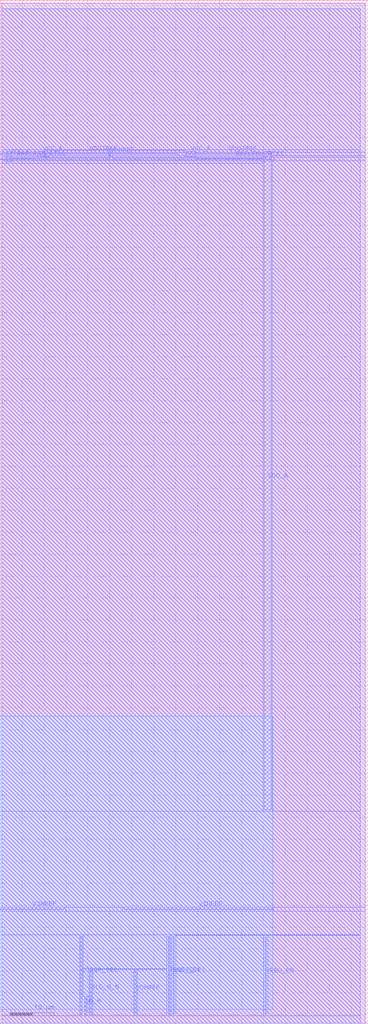
<source format=lef>
# Copyright 2020 The SkyWater PDK Authors
#
# Licensed under the Apache License, Version 2.0 (the "License");
# you may not use this file except in compliance with the License.
# You may obtain a copy of the License at
#
#     https://www.apache.org/licenses/LICENSE-2.0
#
# Unless required by applicable law or agreed to in writing, software
# distributed under the License is distributed on an "AS IS" BASIS,
# WITHOUT WARRANTIES OR CONDITIONS OF ANY KIND, either express or implied.
# See the License for the specific language governing permissions and
# limitations under the License.
#
# SPDX-License-Identifier: Apache-2.0

VERSION 5.7 ;
  NOWIREEXTENSIONATPIN ON ;
  DIVIDERCHAR "/" ;
  BUSBITCHARS "[]" ;
MACRO sky130_fd_io__top_refgen
  CLASS BLOCK ;
  FOREIGN sky130_fd_io__top_refgen ;
  ORIGIN  0.045000  1.965000 ;
  SIZE  83.88500 BY  233.1650 ;
  PIN HLD_H_N
    PORT
      LAYER met2 ;
        RECT 20.555000 0.000000 20.815000 10.230000 ;
    END
  END HLD_H_N
  PIN IBUF_SEL
    PORT
      LAYER met2 ;
        RECT 38.250000 0.000000 38.510000 17.950000 ;
    END
  END IBUF_SEL
  PIN OD_H
    PORT
      LAYER met2 ;
        RECT 19.180000 0.000000 19.440000 3.790000 ;
    END
  END OD_H
  PIN REFLEAK_BIAS
    PORT
      LAYER met1 ;
        RECT 0.000000 194.905000 7.485000 195.135000 ;
    END
    PORT
      LAYER met1 ;
        RECT 45.105000 194.905000 62.050000 195.135000 ;
    END
  END REFLEAK_BIAS
  PIN VCC_A
    PORT
      LAYER met2 ;
        RECT 1.725000 194.400000 2.390000 196.860000 ;
    END
    PORT
      LAYER met2 ;
        RECT 42.385000 195.555000 44.335000 196.860000 ;
    END
    PORT
      LAYER met2 ;
        RECT 60.190000 46.675000 61.745000 196.860000 ;
    END
    PORT
      LAYER met2 ;
        RECT 8.965000 195.555000 10.110000 196.860000 ;
    END
  END VCC_A
  PIN VINREF
    PORT
      LAYER met1 ;
        RECT 0.080000 23.915000 14.480000 24.175000 ;
    END
    PORT
      LAYER met1 ;
        RECT 28.250000 23.915000 61.970000 24.175000 ;
    END
  END VINREF
  PIN VOHREF
    PORT
      LAYER met2 ;
        RECT 24.980000 195.190000 25.240000 196.760000 ;
    END
    PORT
      LAYER met2 ;
        RECT 30.705000 0.000000 30.965000 10.100000 ;
    END
  END VOHREF
  PIN VOUTREF
    PORT
      LAYER met1 ;
        RECT 0.000000 196.100000 40.510000 196.360000 ;
    END
    PORT
      LAYER met1 ;
        RECT 42.050000 196.100000 62.050000 196.360000 ;
    END
  END VOUTREF
  PIN VREF_SEL
    PORT
      LAYER met2 ;
        RECT 39.415000 0.000000 39.675000 17.950000 ;
    END
  END VREF_SEL
  PIN VREG_EN
    PORT
      LAYER met2 ;
        RECT 60.400000 0.000000 60.660000 17.825000 ;
    END
  END VREG_EN
  PIN VTRIP_SEL
    PORT
      LAYER met2 ;
        RECT 18.400000 0.000000 18.660000 17.950000 ;
    END
  END VTRIP_SEL
  OBS
    LAYER li1 ;
      RECT 0.335000 -1.940000 83.240000 230.600000 ;
    LAYER met1 ;
      RECT  0.310000  -1.965000 83.240000  23.635000 ;
      RECT  0.310000  24.455000 83.240000 194.625000 ;
      RECT  0.310000 195.415000 83.240000 195.820000 ;
      RECT  0.310000 196.640000 83.240000 230.600000 ;
      RECT  7.765000 194.625000 44.825000 195.415000 ;
      RECT 14.760000  23.635000 27.970000  24.455000 ;
      RECT 40.790000 195.820000 41.770000 196.640000 ;
      RECT 62.250000  23.635000 83.240000  24.455000 ;
      RECT 62.330000 194.625000 83.240000 195.415000 ;
      RECT 62.330000 195.820000 83.240000 196.640000 ;
    LAYER met2 ;
      RECT  0.295000  -1.965000 82.005000  -0.280000 ;
      RECT  0.295000  -0.280000 18.120000  18.230000 ;
      RECT  0.295000  18.230000 82.005000  46.395000 ;
      RECT  0.295000  46.395000 59.910000 194.120000 ;
      RECT  0.295000 194.120000  1.445000 197.140000 ;
      RECT  0.295000 197.140000 82.005000 229.365000 ;
      RECT  2.670000 194.120000 59.910000 194.910000 ;
      RECT  2.670000 194.910000 24.700000 195.275000 ;
      RECT  2.670000 195.275000  8.685000 197.140000 ;
      RECT 10.390000 195.275000 24.700000 197.040000 ;
      RECT 10.390000 197.040000 42.105000 197.140000 ;
      RECT 18.940000   4.070000 20.275000  10.510000 ;
      RECT 18.940000  10.510000 37.970000  18.230000 ;
      RECT 19.720000  -0.280000 20.275000   4.070000 ;
      RECT 21.095000  -0.280000 30.425000  10.380000 ;
      RECT 21.095000  10.380000 37.970000  10.510000 ;
      RECT 25.520000 194.910000 59.910000 195.275000 ;
      RECT 25.520000 195.275000 42.105000 197.040000 ;
      RECT 31.245000  -0.280000 37.970000  10.380000 ;
      RECT 38.790000  -0.280000 39.135000  18.230000 ;
      RECT 39.955000  -0.280000 60.120000  18.105000 ;
      RECT 39.955000  18.105000 82.005000  18.230000 ;
      RECT 44.615000 195.275000 59.910000 197.140000 ;
      RECT 60.940000  -0.280000 82.005000  18.105000 ;
      RECT 62.025000  46.395000 82.005000 197.140000 ;
    LAYER met3 ;
      RECT 0.000000 1.250000 62.100000 67.995000 ;
  END
END sky130_fd_io__top_refgen
END LIBRARY

</source>
